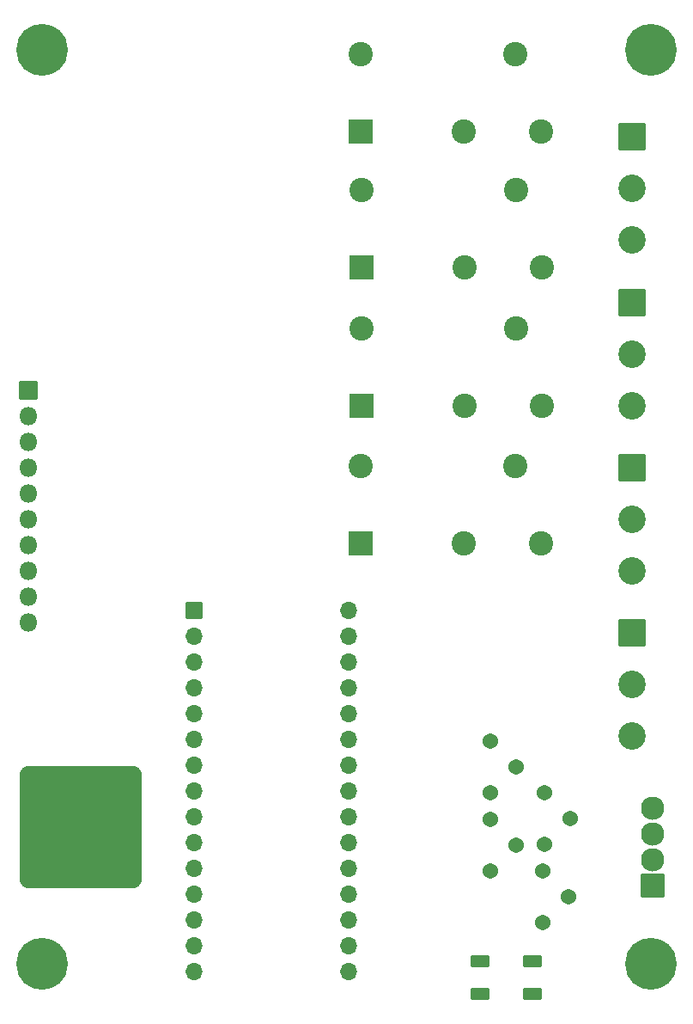
<source format=gbr>
%TF.GenerationSoftware,KiCad,Pcbnew,8.0.5*%
%TF.CreationDate,2024-09-29T21:47:55-04:00*%
%TF.ProjectId,BREAD_Slice,42524541-445f-4536-9c69-63652e6b6963,rev?*%
%TF.SameCoordinates,PX74eba40PY8552dc0*%
%TF.FileFunction,Soldermask,Top*%
%TF.FilePolarity,Negative*%
%FSLAX46Y46*%
G04 Gerber Fmt 4.6, Leading zero omitted, Abs format (unit mm)*
G04 Created by KiCad (PCBNEW 8.0.5) date 2024-09-29 21:47:55*
%MOMM*%
%LPD*%
G01*
G04 APERTURE LIST*
G04 Aperture macros list*
%AMRoundRect*
0 Rectangle with rounded corners*
0 $1 Rounding radius*
0 $2 $3 $4 $5 $6 $7 $8 $9 X,Y pos of 4 corners*
0 Add a 4 corners polygon primitive as box body*
4,1,4,$2,$3,$4,$5,$6,$7,$8,$9,$2,$3,0*
0 Add four circle primitives for the rounded corners*
1,1,$1+$1,$2,$3*
1,1,$1+$1,$4,$5*
1,1,$1+$1,$6,$7*
1,1,$1+$1,$8,$9*
0 Add four rect primitives between the rounded corners*
20,1,$1+$1,$2,$3,$4,$5,0*
20,1,$1+$1,$4,$5,$6,$7,0*
20,1,$1+$1,$6,$7,$8,$9,0*
20,1,$1+$1,$8,$9,$2,$3,0*%
G04 Aperture macros list end*
%ADD10C,5.100000*%
%ADD11RoundRect,0.050000X-0.800000X-0.800000X0.800000X-0.800000X0.800000X0.800000X-0.800000X0.800000X0*%
%ADD12O,1.700000X1.700000*%
%ADD13RoundRect,0.050000X-0.850000X-0.850000X0.850000X-0.850000X0.850000X0.850000X-0.850000X0.850000X0*%
%ADD14O,1.800000X1.800000*%
%ADD15RoundRect,1.008333X-5.041667X-5.041667X5.041667X-5.041667X5.041667X5.041667X-5.041667X5.041667X0*%
%ADD16RoundRect,0.050000X-1.300000X1.300000X-1.300000X-1.300000X1.300000X-1.300000X1.300000X1.300000X0*%
%ADD17C,2.700000*%
%ADD18C,1.540000*%
%ADD19RoundRect,0.050000X1.100000X-1.100000X1.100000X1.100000X-1.100000X1.100000X-1.100000X-1.100000X0*%
%ADD20C,2.300000*%
%ADD21RoundRect,0.050000X1.150000X1.150000X-1.150000X1.150000X-1.150000X-1.150000X1.150000X-1.150000X0*%
%ADD22C,2.400000*%
%ADD23RoundRect,0.101600X-0.825500X-0.500000X0.825500X-0.500000X0.825500X0.500000X-0.825500X0.500000X0*%
G04 APERTURE END LIST*
D10*
%TO.C,H1*%
X5000000Y95000000D03*
%TD*%
%TO.C,H3*%
X65000000Y95000000D03*
%TD*%
%TO.C,H2*%
X5000000Y5000000D03*
%TD*%
%TO.C,H4*%
X65000000Y5000000D03*
%TD*%
D11*
%TO.C,A1*%
X19988000Y39800000D03*
D12*
X19988000Y37260000D03*
X19988000Y34720000D03*
X19988000Y32180000D03*
X19988000Y29640000D03*
X19988000Y27100000D03*
X19988000Y24560000D03*
X19988000Y22020000D03*
X19988000Y19480000D03*
X19988000Y16940000D03*
X19988000Y14400000D03*
X19988000Y11860000D03*
X19988000Y9320000D03*
X19988000Y6780000D03*
X19988000Y4240000D03*
X35228000Y4240000D03*
X35228000Y6780000D03*
X35228000Y9320000D03*
X35228000Y11860000D03*
X35228000Y14400000D03*
X35228000Y16940000D03*
X35228000Y19480000D03*
X35228000Y22020000D03*
X35228000Y24560000D03*
X35228000Y27100000D03*
X35228000Y29640000D03*
X35228000Y32180000D03*
X35228000Y34720000D03*
X35228000Y37260000D03*
X35228000Y39800000D03*
%TD*%
D13*
%TO.C,J2*%
X3600000Y61450000D03*
D14*
X3600000Y58910000D03*
X3600000Y56370000D03*
X3600000Y53830000D03*
X3600000Y51290000D03*
X3600000Y48750000D03*
X3600000Y46210000D03*
X3600000Y43670000D03*
X3600000Y41130000D03*
X3600000Y38590000D03*
%TD*%
D15*
%TO.C,HS1*%
X8750000Y18445000D03*
%TD*%
D16*
%TO.C,J6*%
X63150000Y53850000D03*
D17*
X63150000Y48770000D03*
X63150000Y43690000D03*
%TD*%
D18*
%TO.C,RV1*%
X54360000Y14140000D03*
X56900000Y11600000D03*
X54360000Y9060000D03*
%TD*%
D19*
%TO.C,J3*%
X65200000Y12735000D03*
D20*
X65200000Y15275000D03*
X65200000Y17815000D03*
X65200000Y20355000D03*
%TD*%
D18*
%TO.C,RV4*%
X49160000Y26900000D03*
X51700000Y24360000D03*
X49160000Y21820000D03*
%TD*%
D16*
%TO.C,J7*%
X63150000Y37550000D03*
D17*
X63150000Y32470000D03*
X63150000Y27390000D03*
%TD*%
D21*
%TO.C,K1*%
X36390000Y86908000D03*
D22*
X46550000Y86908000D03*
X54170000Y86908000D03*
X51630000Y94528000D03*
X36390000Y94528000D03*
%TD*%
D18*
%TO.C,RV2*%
X49160000Y19240000D03*
X51700000Y16700000D03*
X49160000Y14160000D03*
%TD*%
D21*
%TO.C,K4*%
X36360000Y46360000D03*
D22*
X46520000Y46360000D03*
X54140000Y46360000D03*
X51600000Y53980000D03*
X36360000Y53980000D03*
%TD*%
D16*
%TO.C,J4*%
X63145000Y86435000D03*
D17*
X63145000Y81355000D03*
X63145000Y76275000D03*
%TD*%
D21*
%TO.C,K2*%
X36425000Y73532000D03*
D22*
X46585000Y73532000D03*
X54205000Y73532000D03*
X51665000Y81152000D03*
X36425000Y81152000D03*
%TD*%
D23*
%TO.C,D1*%
X48123000Y5267231D03*
X48123000Y2067231D03*
X53277000Y2067231D03*
X53277000Y5267231D03*
%TD*%
D21*
%TO.C,K3*%
X36425000Y59900000D03*
D22*
X46585000Y59900000D03*
X54205000Y59900000D03*
X51665000Y67520000D03*
X36425000Y67520000D03*
%TD*%
D18*
%TO.C,RV3*%
X54460000Y21840000D03*
X57000000Y19300000D03*
X54460000Y16760000D03*
%TD*%
D16*
%TO.C,J5*%
X63145000Y70135000D03*
D17*
X63145000Y65055000D03*
X63145000Y59975000D03*
%TD*%
M02*

</source>
